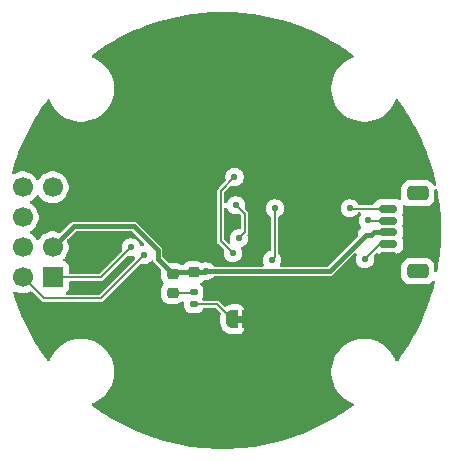
<source format=gbr>
%TF.GenerationSoftware,KiCad,Pcbnew,9.0.6+1*%
%TF.CreationDate,Date%
%TF.ProjectId,kibot-test-cicd,6b69626f-742d-4746-9573-742d63696364,0.1.0+ (Unreleased)*%
%TF.SameCoordinates,Original*%
%TF.FileFunction,Copper,L1,Top*%
%TF.FilePolarity,Positive*%
%FSLAX46Y46*%
G04 Gerber Fmt 4.6, Leading zero omitted, Abs format (unit mm)*
G04 Created by KiCad*
%MOMM*%
%LPD*%
G01*
G04 APERTURE LIST*
G04 Aperture macros list*
%AMRoundRect*
0 Rectangle with rounded corners*
0 $1 Rounding radius*
0 $2 $3 $4 $5 $6 $7 $8 $9 X,Y pos of 4 corners*
0 Add a 4 corners polygon primitive as box body*
4,1,4,$2,$3,$4,$5,$6,$7,$8,$9,$2,$3,0*
0 Add four circle primitives for the rounded corners*
1,1,$1+$1,$2,$3*
1,1,$1+$1,$4,$5*
1,1,$1+$1,$6,$7*
1,1,$1+$1,$8,$9*
0 Add four rect primitives between the rounded corners*
20,1,$1+$1,$2,$3,$4,$5,0*
20,1,$1+$1,$4,$5,$6,$7,0*
20,1,$1+$1,$6,$7,$8,$9,0*
20,1,$1+$1,$8,$9,$2,$3,0*%
%AMFreePoly0*
4,1,23,0.500000,-0.750000,0.000000,-0.750000,0.000000,-0.745722,-0.065263,-0.745722,-0.191342,-0.711940,-0.304381,-0.646677,-0.396677,-0.554381,-0.461940,-0.441342,-0.495722,-0.315263,-0.495722,-0.250000,-0.500000,-0.250000,-0.500000,0.250000,-0.495722,0.250000,-0.495722,0.315263,-0.461940,0.441342,-0.396677,0.554381,-0.304381,0.646677,-0.191342,0.711940,-0.065263,0.745722,0.000000,0.745722,
0.000000,0.750000,0.500000,0.750000,0.500000,-0.750000,0.500000,-0.750000,$1*%
%AMFreePoly1*
4,1,23,0.000000,0.745722,0.065263,0.745722,0.191342,0.711940,0.304381,0.646677,0.396677,0.554381,0.461940,0.441342,0.495722,0.315263,0.495722,0.250000,0.500000,0.250000,0.500000,-0.250000,0.495722,-0.250000,0.495722,-0.315263,0.461940,-0.441342,0.396677,-0.554381,0.304381,-0.646677,0.191342,-0.711940,0.065263,-0.745722,0.000000,-0.745722,0.000000,-0.750000,-0.500000,-0.750000,
-0.500000,0.750000,0.000000,0.750000,0.000000,0.745722,0.000000,0.745722,$1*%
G04 Aperture macros list end*
%TA.AperFunction,EtchedComponent*%
%ADD10C,0.000000*%
%TD*%
%TA.AperFunction,SMDPad,CuDef*%
%ADD11FreePoly0,180.000000*%
%TD*%
%TA.AperFunction,SMDPad,CuDef*%
%ADD12FreePoly1,180.000000*%
%TD*%
%TA.AperFunction,SMDPad,CuDef*%
%ADD13RoundRect,0.062500X0.117500X0.062500X-0.117500X0.062500X-0.117500X-0.062500X0.117500X-0.062500X0*%
%TD*%
%TA.AperFunction,SMDPad,CuDef*%
%ADD14RoundRect,0.218750X-0.256250X0.218750X-0.256250X-0.218750X0.256250X-0.218750X0.256250X0.218750X0*%
%TD*%
%TA.AperFunction,SMDPad,CuDef*%
%ADD15RoundRect,0.225000X0.250000X-0.225000X0.250000X0.225000X-0.250000X0.225000X-0.250000X-0.225000X0*%
%TD*%
%TA.AperFunction,SMDPad,CuDef*%
%ADD16RoundRect,0.150000X-0.625000X0.150000X-0.625000X-0.150000X0.625000X-0.150000X0.625000X0.150000X0*%
%TD*%
%TA.AperFunction,SMDPad,CuDef*%
%ADD17RoundRect,0.250000X-0.650000X0.350000X-0.650000X-0.350000X0.650000X-0.350000X0.650000X0.350000X0*%
%TD*%
%TA.AperFunction,SMDPad,CuDef*%
%ADD18RoundRect,0.135000X-0.185000X0.135000X-0.185000X-0.135000X0.185000X-0.135000X0.185000X0.135000X0*%
%TD*%
%TA.AperFunction,ComponentPad*%
%ADD19R,1.700000X1.700000*%
%TD*%
%TA.AperFunction,ComponentPad*%
%ADD20C,1.700000*%
%TD*%
%TA.AperFunction,ViaPad*%
%ADD21C,0.550000*%
%TD*%
%TA.AperFunction,Conductor*%
%ADD22C,0.200000*%
%TD*%
%TA.AperFunction,Conductor*%
%ADD23C,0.400000*%
%TD*%
G04 APERTURE END LIST*
D10*
%TA.AperFunction,EtchedComponent*%
%TO.C,JP1*%
G36*
X150222000Y-97836000D02*
G01*
X149722000Y-97836000D01*
X149722000Y-97236000D01*
X150222000Y-97236000D01*
X150222000Y-97836000D01*
G37*
%TD.AperFunction*%
%TD*%
D11*
%TO.P,JP1,1,A*%
%TO.N,GND*%
X150622000Y-97536000D03*
D12*
%TO.P,JP1,2,B*%
%TO.N,Net-(JP1-B)*%
X149322000Y-97536000D03*
%TD*%
D13*
%TO.P,D1,1,A1*%
%TO.N,GND*%
X159766000Y-90424000D03*
%TO.P,D1,2,A2*%
%TO.N,+3V3*%
X160606000Y-90424000D03*
%TD*%
D14*
%TO.P,D2,1,K*%
%TO.N,+3V3*%
X144272000Y-93700500D03*
%TO.P,D2,2,A*%
%TO.N,Net-(D2-A)*%
X144272000Y-95275500D03*
%TD*%
D15*
%TO.P,C1,1*%
%TO.N,+3V3*%
X146040000Y-93570000D03*
%TO.P,C1,2*%
%TO.N,GND*%
X146040000Y-92020000D03*
%TD*%
D16*
%TO.P,J2,1,Pin_1*%
%TO.N,SDA-A*%
X162505000Y-88170000D03*
%TO.P,J2,2,Pin_2*%
%TO.N,SCL-B*%
X162505000Y-89170000D03*
%TO.P,J2,3,Pin_3*%
%TO.N,+3V3*%
X162505000Y-90170000D03*
%TO.P,J2,4,Pin_4*%
%TO.N,Z-CS*%
X162505000Y-91170000D03*
%TO.P,J2,5,Pin_5*%
%TO.N,GND*%
X162505000Y-92170000D03*
D17*
%TO.P,J2,MP*%
%TO.N,N/C*%
X165030000Y-86870000D03*
X165030000Y-93470000D03*
%TD*%
D18*
%TO.P,R1,1*%
%TO.N,Net-(D2-A)*%
X146050000Y-95248000D03*
%TO.P,R1,2*%
%TO.N,Net-(JP1-B)*%
X146050000Y-96268000D03*
%TD*%
D19*
%TO.P,J1,1,Pin_1*%
%TO.N,out_sel*%
X134112000Y-93980000D03*
D20*
%TO.P,J1,2,Pin_2*%
%TO.N,mode*%
X131572000Y-93980000D03*
%TO.P,J1,3,Pin_3*%
%TO.N,+3V3*%
X134112000Y-91440000D03*
%TO.P,J1,4,Pin_4*%
%TO.N,push*%
X131572000Y-91440000D03*
%TO.P,J1,5,Pin_5*%
%TO.N,GND*%
X134112000Y-88900000D03*
%TO.P,J1,6,Pin_6*%
%TO.N,SDA-A*%
X131572000Y-88900000D03*
%TO.P,J1,7,Pin_7*%
%TO.N,SCL-B*%
X134112000Y-86360000D03*
%TO.P,J1,8,Pin_8*%
%TO.N,Z-CS*%
X131572000Y-86360000D03*
%TD*%
D21*
%TO.N,GND*%
X147320000Y-91186000D03*
X147320000Y-88138000D03*
X159162519Y-90836519D03*
X149250000Y-89500000D03*
X139500000Y-85121000D03*
X162306000Y-93218000D03*
X144000000Y-92000000D03*
X137000000Y-92750000D03*
X142250000Y-86750000D03*
X155750000Y-90000000D03*
X137250000Y-95000000D03*
X139500000Y-90750000D03*
X143750000Y-90000000D03*
X151892000Y-97536000D03*
%TO.N,+3V3*%
X147066000Y-93472000D03*
%TO.N,out_sel*%
X140716000Y-91440000D03*
%TO.N,SDA-A*%
X159258000Y-88138000D03*
%TO.N,mode*%
X141842000Y-92092000D03*
%TO.N,push*%
X152908000Y-88138000D03*
X152654000Y-92534000D03*
%TO.N,SCL-B*%
X149860000Y-90678000D03*
X160782000Y-89154000D03*
X149606000Y-87884000D03*
%TO.N,Z-CS*%
X149352000Y-91948000D03*
X160528000Y-92456000D03*
X149500000Y-85500000D03*
%TD*%
D22*
%TO.N,GND*%
X150622000Y-97536000D02*
X151892000Y-97536000D01*
X159575038Y-90424000D02*
X159162519Y-90836519D01*
X146486000Y-92020000D02*
X147320000Y-91186000D01*
X162505000Y-93019000D02*
X162306000Y-93218000D01*
X162505000Y-92170000D02*
X162505000Y-93019000D01*
X146040000Y-92020000D02*
X146486000Y-92020000D01*
X159766000Y-90424000D02*
X159575038Y-90424000D01*
D23*
%TO.N,+3V3*%
X146968000Y-93570000D02*
X147066000Y-93472000D01*
X144141500Y-93570000D02*
X144018000Y-93446500D01*
X144018000Y-93446500D02*
X143002000Y-92430500D01*
X146040000Y-93570000D02*
X146968000Y-93570000D01*
X161290000Y-90170000D02*
X162505000Y-90170000D01*
X160606000Y-90424000D02*
X161036000Y-90424000D01*
X160606000Y-90424000D02*
X157558000Y-93472000D01*
X135877000Y-89675000D02*
X134112000Y-91440000D01*
X161036000Y-90424000D02*
X161290000Y-90170000D01*
X143002000Y-91694000D02*
X140983000Y-89675000D01*
X146040000Y-93570000D02*
X144141500Y-93570000D01*
X140983000Y-89675000D02*
X135877000Y-89675000D01*
X144018000Y-93446500D02*
X144272000Y-93700500D01*
X157558000Y-93472000D02*
X147066000Y-93472000D01*
X143002000Y-92430500D02*
X143002000Y-91694000D01*
D22*
%TO.N,Net-(D2-A)*%
X144272000Y-95275500D02*
X146022500Y-95275500D01*
X146022500Y-95275500D02*
X146050000Y-95248000D01*
%TO.N,out_sel*%
X134112000Y-93980000D02*
X138176000Y-93980000D01*
X138176000Y-93980000D02*
X140716000Y-91440000D01*
%TO.N,SDA-A*%
X162505000Y-88170000D02*
X159290000Y-88170000D01*
X159290000Y-88170000D02*
X159258000Y-88138000D01*
%TO.N,mode*%
X138176000Y-95758000D02*
X141842000Y-92092000D01*
X133350000Y-95758000D02*
X138176000Y-95758000D01*
X131572000Y-93980000D02*
X133350000Y-95758000D01*
%TO.N,push*%
X152654000Y-92534000D02*
X152908000Y-92280000D01*
X152908000Y-92280000D02*
X152908000Y-88138000D01*
%TO.N,SCL-B*%
X149860000Y-90678000D02*
X150368000Y-90170000D01*
X150368000Y-88646000D02*
X149606000Y-87884000D01*
X162505000Y-89170000D02*
X160798000Y-89170000D01*
X160798000Y-89170000D02*
X160782000Y-89154000D01*
X150368000Y-90170000D02*
X150368000Y-88646000D01*
%TO.N,Z-CS*%
X148336000Y-86664000D02*
X149500000Y-85500000D01*
X161814000Y-91170000D02*
X160528000Y-92456000D01*
X162505000Y-91170000D02*
X161814000Y-91170000D01*
X149352000Y-91948000D02*
X148336000Y-90932000D01*
X148336000Y-90932000D02*
X148336000Y-86664000D01*
%TO.N,Net-(JP1-B)*%
X148054000Y-96268000D02*
X149322000Y-97536000D01*
X146050000Y-96268000D02*
X148054000Y-96268000D01*
%TD*%
%TA.AperFunction,Conductor*%
%TO.N,GND*%
G36*
X166635702Y-86486634D02*
G01*
X166673476Y-86545412D01*
X166676332Y-86557264D01*
X166711727Y-86744080D01*
X166712180Y-86746619D01*
X166775515Y-87123621D01*
X166775916Y-87126170D01*
X166831398Y-87504433D01*
X166831746Y-87506989D01*
X166879346Y-87886325D01*
X166879641Y-87888888D01*
X166919344Y-88269168D01*
X166919585Y-88271736D01*
X166951364Y-88652716D01*
X166951552Y-88655290D01*
X166975400Y-89036882D01*
X166975534Y-89039458D01*
X166991439Y-89421466D01*
X166991519Y-89424044D01*
X166999472Y-89806252D01*
X166999499Y-89808832D01*
X166999499Y-90191167D01*
X166999472Y-90193747D01*
X166991519Y-90575955D01*
X166991439Y-90578533D01*
X166975534Y-90960541D01*
X166975400Y-90963117D01*
X166951552Y-91344709D01*
X166951364Y-91347283D01*
X166919585Y-91728263D01*
X166919344Y-91730831D01*
X166879641Y-92111111D01*
X166879346Y-92113674D01*
X166831746Y-92493010D01*
X166831398Y-92495566D01*
X166775916Y-92873829D01*
X166775515Y-92876378D01*
X166712180Y-93253380D01*
X166711727Y-93255919D01*
X166676332Y-93442734D01*
X166644511Y-93504937D01*
X166584113Y-93540063D01*
X166514312Y-93536958D01*
X166457271Y-93496610D01*
X166431098Y-93431827D01*
X166430499Y-93419651D01*
X166430499Y-93069998D01*
X166430498Y-93069980D01*
X166419999Y-92967203D01*
X166419998Y-92967200D01*
X166395065Y-92891958D01*
X166364814Y-92800666D01*
X166272712Y-92651344D01*
X166148656Y-92527288D01*
X166035704Y-92457619D01*
X165999336Y-92435187D01*
X165999331Y-92435185D01*
X165993718Y-92433325D01*
X165832797Y-92380001D01*
X165832795Y-92380000D01*
X165730010Y-92369500D01*
X164329998Y-92369500D01*
X164329981Y-92369501D01*
X164227203Y-92380000D01*
X164227200Y-92380001D01*
X164060668Y-92435185D01*
X164060663Y-92435187D01*
X163911342Y-92527289D01*
X163787289Y-92651342D01*
X163695187Y-92800663D01*
X163695185Y-92800668D01*
X163672333Y-92869632D01*
X163640001Y-92967203D01*
X163640001Y-92967204D01*
X163640000Y-92967204D01*
X163629500Y-93069983D01*
X163629500Y-93870001D01*
X163629501Y-93870019D01*
X163640000Y-93972796D01*
X163640001Y-93972799D01*
X163670780Y-94065683D01*
X163695186Y-94139334D01*
X163787288Y-94288656D01*
X163911344Y-94412712D01*
X164060666Y-94504814D01*
X164227203Y-94559999D01*
X164329991Y-94570500D01*
X165730008Y-94570499D01*
X165832797Y-94559999D01*
X165999334Y-94504814D01*
X166148656Y-94412712D01*
X166255484Y-94305883D01*
X166316803Y-94272401D01*
X166386495Y-94277385D01*
X166442429Y-94319256D01*
X166466846Y-94384720D01*
X166463317Y-94424205D01*
X166378708Y-94756025D01*
X166378045Y-94758518D01*
X166275890Y-95126961D01*
X166275175Y-95129439D01*
X166165381Y-95495663D01*
X166164615Y-95498126D01*
X166047237Y-95861954D01*
X166046419Y-95864401D01*
X165921492Y-96225723D01*
X165920624Y-96228153D01*
X165788184Y-96586859D01*
X165787265Y-96589269D01*
X165647422Y-96945066D01*
X165646453Y-96947458D01*
X165499226Y-97300295D01*
X165498208Y-97302665D01*
X165343673Y-97652365D01*
X165342606Y-97654714D01*
X165180838Y-98001104D01*
X165179722Y-98003430D01*
X165010765Y-98346413D01*
X165009601Y-98348715D01*
X164833545Y-98688113D01*
X164832333Y-98690390D01*
X164649276Y-99026013D01*
X164648030Y-99028242D01*
X164529775Y-99234716D01*
X164458013Y-99360012D01*
X164456708Y-99362236D01*
X164259845Y-99689958D01*
X164258494Y-99692156D01*
X164054829Y-100015753D01*
X164053432Y-100017922D01*
X163843086Y-100337200D01*
X163841656Y-100339322D01*
X163624696Y-100654182D01*
X163623239Y-100656251D01*
X163399823Y-100966461D01*
X163398294Y-100968538D01*
X163338340Y-101048234D01*
X163282308Y-101089973D01*
X163212605Y-101094793D01*
X163151361Y-101061163D01*
X163122207Y-101014643D01*
X163091402Y-100926606D01*
X162954926Y-100643211D01*
X162787577Y-100376877D01*
X162591461Y-100130956D01*
X162369044Y-99908539D01*
X162123123Y-99712423D01*
X161856789Y-99545074D01*
X161856786Y-99545072D01*
X161573395Y-99408598D01*
X161276501Y-99304711D01*
X161276499Y-99304710D01*
X160969843Y-99234718D01*
X160969827Y-99234716D01*
X160657277Y-99199500D01*
X160657273Y-99199500D01*
X160342727Y-99199500D01*
X160342722Y-99199500D01*
X160030172Y-99234716D01*
X160030156Y-99234718D01*
X159723500Y-99304710D01*
X159723498Y-99304711D01*
X159426604Y-99408598D01*
X159143213Y-99545072D01*
X158876878Y-99712422D01*
X158630956Y-99908538D01*
X158408538Y-100130956D01*
X158212422Y-100376878D01*
X158045072Y-100643213D01*
X157908598Y-100926604D01*
X157804711Y-101223498D01*
X157804710Y-101223500D01*
X157734718Y-101530156D01*
X157734716Y-101530172D01*
X157699500Y-101842722D01*
X157699500Y-102157277D01*
X157734716Y-102469827D01*
X157734718Y-102469843D01*
X157804710Y-102776499D01*
X157804711Y-102776501D01*
X157908598Y-103073395D01*
X158045072Y-103356786D01*
X158045074Y-103356789D01*
X158212423Y-103623123D01*
X158408539Y-103869044D01*
X158630956Y-104091461D01*
X158876877Y-104287577D01*
X159143211Y-104454926D01*
X159426606Y-104591402D01*
X159514693Y-104622224D01*
X159571468Y-104662945D01*
X159597216Y-104727898D01*
X159583760Y-104796460D01*
X159547248Y-104839127D01*
X159313006Y-105011559D01*
X159310913Y-105013067D01*
X158998340Y-105233281D01*
X158996215Y-105234745D01*
X158679165Y-105448385D01*
X158677011Y-105449804D01*
X158355583Y-105656803D01*
X158353400Y-105658177D01*
X158027736Y-105858443D01*
X158025524Y-105859772D01*
X157695737Y-106053237D01*
X157693499Y-106054519D01*
X157359799Y-106241058D01*
X157357534Y-106242293D01*
X157020004Y-106421862D01*
X157017714Y-106423050D01*
X156676505Y-106595565D01*
X156674190Y-106596705D01*
X156329524Y-106762056D01*
X156327187Y-106763148D01*
X155979057Y-106921339D01*
X155976698Y-106922381D01*
X155625468Y-107073246D01*
X155623086Y-107074240D01*
X155268730Y-107217790D01*
X155266329Y-107218734D01*
X154909052Y-107354885D01*
X154906633Y-107355778D01*
X154546612Y-107484465D01*
X154544173Y-107485308D01*
X154181571Y-107606469D01*
X154179116Y-107607261D01*
X153814071Y-107720854D01*
X153811599Y-107721595D01*
X153444239Y-107827576D01*
X153441754Y-107828265D01*
X153072327Y-107926567D01*
X153069827Y-107927205D01*
X152698356Y-108017820D01*
X152695843Y-108018405D01*
X152322633Y-108101256D01*
X152320109Y-108101789D01*
X151945211Y-108176868D01*
X151942676Y-108177348D01*
X151566321Y-108244606D01*
X151563778Y-108245033D01*
X151186137Y-108304444D01*
X151183584Y-108304819D01*
X150804719Y-108356369D01*
X150802159Y-108356690D01*
X150422354Y-108400342D01*
X150419788Y-108400610D01*
X150039116Y-108436354D01*
X150036545Y-108436568D01*
X149655265Y-108464381D01*
X149652691Y-108464542D01*
X149270913Y-108484418D01*
X149268335Y-108484526D01*
X148886137Y-108496457D01*
X148883558Y-108496510D01*
X148501290Y-108500487D01*
X148498710Y-108500487D01*
X148116441Y-108496510D01*
X148113862Y-108496457D01*
X147731664Y-108484526D01*
X147729086Y-108484418D01*
X147347308Y-108464542D01*
X147344734Y-108464381D01*
X146963454Y-108436568D01*
X146960883Y-108436354D01*
X146580211Y-108400610D01*
X146577645Y-108400342D01*
X146197840Y-108356690D01*
X146195280Y-108356369D01*
X145816415Y-108304819D01*
X145813862Y-108304444D01*
X145436221Y-108245033D01*
X145433678Y-108244606D01*
X145057323Y-108177348D01*
X145054788Y-108176868D01*
X144679890Y-108101789D01*
X144677366Y-108101256D01*
X144304156Y-108018405D01*
X144301643Y-108017820D01*
X143930172Y-107927205D01*
X143927672Y-107926567D01*
X143558245Y-107828265D01*
X143555760Y-107827576D01*
X143188400Y-107721595D01*
X143185942Y-107720858D01*
X143114083Y-107698497D01*
X142820883Y-107607261D01*
X142818428Y-107606469D01*
X142455826Y-107485308D01*
X142453387Y-107484465D01*
X142093366Y-107355778D01*
X142090947Y-107354885D01*
X141733670Y-107218734D01*
X141731269Y-107217790D01*
X141376913Y-107074240D01*
X141374567Y-107073261D01*
X141023301Y-106922381D01*
X141020942Y-106921339D01*
X140672812Y-106763148D01*
X140670475Y-106762056D01*
X140325809Y-106596705D01*
X140323494Y-106595565D01*
X139982285Y-106423050D01*
X139979995Y-106421862D01*
X139642465Y-106242293D01*
X139640225Y-106241071D01*
X139306500Y-106054519D01*
X139304262Y-106053237D01*
X138974475Y-105859772D01*
X138972263Y-105858443D01*
X138646599Y-105658177D01*
X138644416Y-105656803D01*
X138322988Y-105449804D01*
X138320834Y-105448385D01*
X138003784Y-105234745D01*
X138001659Y-105233281D01*
X137964897Y-105207381D01*
X137689053Y-105013043D01*
X137687028Y-105011584D01*
X137452749Y-104839126D01*
X137410430Y-104783532D01*
X137404886Y-104713883D01*
X137437877Y-104652292D01*
X137485304Y-104622225D01*
X137548582Y-104600083D01*
X137573392Y-104591403D01*
X137573392Y-104591402D01*
X137573394Y-104591402D01*
X137856789Y-104454926D01*
X138123123Y-104287577D01*
X138369044Y-104091461D01*
X138591461Y-103869044D01*
X138787577Y-103623123D01*
X138954926Y-103356789D01*
X139091402Y-103073394D01*
X139195289Y-102776500D01*
X139265282Y-102469840D01*
X139300500Y-102157273D01*
X139300500Y-101842727D01*
X139265282Y-101530160D01*
X139195289Y-101223500D01*
X139091402Y-100926606D01*
X138954926Y-100643211D01*
X138787577Y-100376877D01*
X138591461Y-100130956D01*
X138369044Y-99908539D01*
X138123123Y-99712423D01*
X137856789Y-99545074D01*
X137856786Y-99545072D01*
X137573395Y-99408598D01*
X137276501Y-99304711D01*
X137276499Y-99304710D01*
X136969843Y-99234718D01*
X136969827Y-99234716D01*
X136657277Y-99199500D01*
X136657273Y-99199500D01*
X136342727Y-99199500D01*
X136342722Y-99199500D01*
X136030172Y-99234716D01*
X136030156Y-99234718D01*
X135723500Y-99304710D01*
X135723498Y-99304711D01*
X135426604Y-99408598D01*
X135143213Y-99545072D01*
X134876878Y-99712422D01*
X134630956Y-99908538D01*
X134408538Y-100130956D01*
X134212422Y-100376878D01*
X134045072Y-100643213D01*
X133908597Y-100926606D01*
X133908594Y-100926613D01*
X133877791Y-101014644D01*
X133871861Y-101022911D01*
X133869722Y-101032859D01*
X133851840Y-101050824D01*
X133837069Y-101071420D01*
X133827610Y-101075169D01*
X133820434Y-101082380D01*
X133795680Y-101087826D01*
X133772117Y-101097167D01*
X133762133Y-101095207D01*
X133752196Y-101097394D01*
X133728427Y-101088592D01*
X133703555Y-101083711D01*
X133694469Y-101076017D01*
X133686674Y-101073131D01*
X133661659Y-101048234D01*
X133601705Y-100968538D01*
X133600200Y-100966494D01*
X133376697Y-100656161D01*
X133375347Y-100654246D01*
X133158298Y-100339257D01*
X133156913Y-100337200D01*
X132946567Y-100017922D01*
X132945170Y-100015753D01*
X132877691Y-99908538D01*
X132741471Y-99692101D01*
X132740189Y-99690015D01*
X132543275Y-99362209D01*
X132542025Y-99360079D01*
X132351928Y-99028170D01*
X132350754Y-99026069D01*
X132167666Y-98690390D01*
X132166454Y-98688113D01*
X131990398Y-98348715D01*
X131989234Y-98346413D01*
X131820277Y-98003430D01*
X131819180Y-98001145D01*
X131657345Y-97654609D01*
X131656358Y-97652435D01*
X131501775Y-97302628D01*
X131500773Y-97300295D01*
X131467338Y-97220166D01*
X131353527Y-96947413D01*
X131352595Y-96945112D01*
X131212718Y-96589228D01*
X131211815Y-96586859D01*
X131207808Y-96576005D01*
X131079359Y-96228109D01*
X131078523Y-96225770D01*
X130953571Y-95864376D01*
X130952790Y-95862038D01*
X130835373Y-95498090D01*
X130834618Y-95495664D01*
X130830882Y-95483202D01*
X130784943Y-95329972D01*
X130784547Y-95260106D01*
X130821988Y-95201114D01*
X130885378Y-95171729D01*
X130954591Y-95181280D01*
X130960016Y-95183880D01*
X131053588Y-95231557D01*
X131255757Y-95297246D01*
X131465713Y-95330500D01*
X131465714Y-95330500D01*
X131678286Y-95330500D01*
X131678287Y-95330500D01*
X131888243Y-95297246D01*
X132090412Y-95231557D01*
X132214294Y-95168435D01*
X132282962Y-95155540D01*
X132347702Y-95181816D01*
X132358269Y-95191240D01*
X133165489Y-95998460D01*
X133206007Y-96021853D01*
X133234008Y-96038020D01*
X133234012Y-96038022D01*
X133310438Y-96058500D01*
X133310440Y-96058500D01*
X138215560Y-96058500D01*
X138215562Y-96058500D01*
X138291989Y-96038021D01*
X138360511Y-95998460D01*
X138416460Y-95942511D01*
X141490719Y-92868250D01*
X141552040Y-92834767D01*
X141609705Y-92837086D01*
X141609820Y-92836510D01*
X141613479Y-92837237D01*
X141614401Y-92837275D01*
X141615790Y-92837696D01*
X141615795Y-92837698D01*
X141615799Y-92837698D01*
X141615800Y-92837699D01*
X141765615Y-92867499D01*
X141765619Y-92867500D01*
X141765620Y-92867500D01*
X141918381Y-92867500D01*
X141918382Y-92867499D01*
X142068205Y-92837698D01*
X142209337Y-92779239D01*
X142336352Y-92694370D01*
X142444370Y-92586352D01*
X142444372Y-92586348D01*
X142447483Y-92583238D01*
X142508806Y-92549753D01*
X142578498Y-92554737D01*
X142634432Y-92596608D01*
X142642551Y-92608918D01*
X142681520Y-92676413D01*
X142681522Y-92676415D01*
X143268036Y-93262929D01*
X143301521Y-93324252D01*
X143303713Y-93363211D01*
X143296500Y-93433813D01*
X143296500Y-93967181D01*
X143306563Y-94065683D01*
X143359450Y-94225284D01*
X143359455Y-94225295D01*
X143447716Y-94368387D01*
X143447719Y-94368391D01*
X143479647Y-94400319D01*
X143513132Y-94461642D01*
X143508148Y-94531334D01*
X143479647Y-94575681D01*
X143447719Y-94607608D01*
X143447716Y-94607612D01*
X143359455Y-94750704D01*
X143359450Y-94750715D01*
X143338346Y-94814404D01*
X143306564Y-94910315D01*
X143306564Y-94910316D01*
X143306563Y-94910316D01*
X143296500Y-95008818D01*
X143296500Y-95542181D01*
X143306563Y-95640683D01*
X143359450Y-95800284D01*
X143359455Y-95800295D01*
X143447716Y-95943387D01*
X143447719Y-95943391D01*
X143566608Y-96062280D01*
X143566612Y-96062283D01*
X143709704Y-96150544D01*
X143709707Y-96150545D01*
X143709713Y-96150549D01*
X143869315Y-96203436D01*
X143967826Y-96213500D01*
X143967831Y-96213500D01*
X144576169Y-96213500D01*
X144576174Y-96213500D01*
X144674685Y-96203436D01*
X144834287Y-96150549D01*
X144977391Y-96062281D01*
X145017820Y-96021851D01*
X145079141Y-95988367D01*
X145148832Y-95993351D01*
X145204766Y-96035221D01*
X145229184Y-96100686D01*
X145229500Y-96109533D01*
X145229500Y-96467169D01*
X145229501Y-96467191D01*
X145232335Y-96503205D01*
X145277129Y-96657388D01*
X145277131Y-96657393D01*
X145358863Y-96795595D01*
X145358869Y-96795603D01*
X145472396Y-96909130D01*
X145472400Y-96909133D01*
X145472402Y-96909135D01*
X145610607Y-96990869D01*
X145632898Y-96997345D01*
X145764791Y-97035664D01*
X145764794Y-97035664D01*
X145764796Y-97035665D01*
X145800819Y-97038500D01*
X146299180Y-97038499D01*
X146335204Y-97035665D01*
X146489393Y-96990869D01*
X146627598Y-96909135D01*
X146741135Y-96795598D01*
X146822869Y-96657393D01*
X146822870Y-96657386D01*
X146825969Y-96650230D01*
X146827263Y-96650790D01*
X146860328Y-96599018D01*
X146923801Y-96569813D01*
X146941797Y-96568500D01*
X147878167Y-96568500D01*
X147945206Y-96588185D01*
X147965848Y-96604819D01*
X148307751Y-96946722D01*
X148341236Y-97008045D01*
X148339845Y-97066496D01*
X148333727Y-97089327D01*
X148333725Y-97089339D01*
X148316500Y-97220166D01*
X148316500Y-97851833D01*
X148333724Y-97982658D01*
X148367800Y-98109829D01*
X148418302Y-98231750D01*
X148418303Y-98231751D01*
X148484120Y-98345749D01*
X148484132Y-98345767D01*
X148564455Y-98450444D01*
X148564459Y-98450449D01*
X148657551Y-98543541D01*
X148657555Y-98543544D01*
X148762232Y-98623867D01*
X148762236Y-98623869D01*
X148762243Y-98623875D01*
X148762250Y-98623879D01*
X148876248Y-98689696D01*
X148876249Y-98689697D01*
X148876252Y-98689698D01*
X148876257Y-98689701D01*
X148998171Y-98740200D01*
X149125338Y-98774275D01*
X149256174Y-98791500D01*
X149256181Y-98791500D01*
X149822000Y-98791500D01*
X149893940Y-98786355D01*
X150031992Y-98745819D01*
X150153032Y-98668031D01*
X150247254Y-98559294D01*
X150307024Y-98428416D01*
X150327500Y-98286000D01*
X150327500Y-96786000D01*
X150322355Y-96714060D01*
X150281819Y-96576008D01*
X150235031Y-96503204D01*
X150204032Y-96454969D01*
X150204028Y-96454965D01*
X150095299Y-96360750D01*
X150095297Y-96360748D01*
X150095294Y-96360746D01*
X150095290Y-96360744D01*
X149964419Y-96300976D01*
X149964414Y-96300975D01*
X149822000Y-96280500D01*
X149256174Y-96280500D01*
X149256166Y-96280500D01*
X149125341Y-96297724D01*
X148998170Y-96331800D01*
X148876249Y-96382302D01*
X148876248Y-96382303D01*
X148779251Y-96438305D01*
X148711351Y-96454778D01*
X148645324Y-96431926D01*
X148629570Y-96418599D01*
X148238511Y-96027540D01*
X148228660Y-96021853D01*
X148222851Y-96018499D01*
X148222848Y-96018497D01*
X148169994Y-95987981D01*
X148169991Y-95987979D01*
X148131775Y-95977739D01*
X148093562Y-95967500D01*
X148093560Y-95967500D01*
X146941797Y-95967500D01*
X146874758Y-95947815D01*
X146832702Y-95902442D01*
X146826410Y-95890797D01*
X146822869Y-95878607D01*
X146787646Y-95819048D01*
X146786508Y-95816942D01*
X146779718Y-95785048D01*
X146771688Y-95753398D01*
X146772437Y-95750846D01*
X146771960Y-95748604D01*
X146777045Y-95735151D01*
X146788869Y-95694882D01*
X146822869Y-95637393D01*
X146840706Y-95576000D01*
X146867664Y-95483208D01*
X146867665Y-95483202D01*
X146870499Y-95447188D01*
X146870500Y-95447181D01*
X146870499Y-95048820D01*
X146867665Y-95012796D01*
X146822869Y-94858607D01*
X146741135Y-94720402D01*
X146741133Y-94720400D01*
X146741130Y-94720396D01*
X146634773Y-94614039D01*
X146601288Y-94552716D01*
X146606272Y-94483024D01*
X146648144Y-94427091D01*
X146657339Y-94420831D01*
X146743044Y-94367968D01*
X146837571Y-94273440D01*
X146898890Y-94239958D01*
X146949438Y-94239507D01*
X146989620Y-94247500D01*
X146989621Y-94247500D01*
X147142381Y-94247500D01*
X147142382Y-94247499D01*
X147292205Y-94217698D01*
X147433337Y-94159239D01*
X147560352Y-94074370D01*
X147668370Y-93966352D01*
X147694257Y-93927608D01*
X147747868Y-93882805D01*
X147797359Y-93872500D01*
X157610725Y-93872500D01*
X157610727Y-93872500D01*
X157712588Y-93845207D01*
X157803913Y-93792480D01*
X159635448Y-91960943D01*
X159696769Y-91927460D01*
X159766460Y-91932444D01*
X159822394Y-91974316D01*
X159846811Y-92039780D01*
X159837688Y-92096078D01*
X159782303Y-92229790D01*
X159782300Y-92229802D01*
X159752500Y-92379615D01*
X159752500Y-92532384D01*
X159782300Y-92682197D01*
X159782302Y-92682205D01*
X159840759Y-92823334D01*
X159840764Y-92823343D01*
X159925629Y-92950351D01*
X159925632Y-92950355D01*
X160033644Y-93058367D01*
X160033648Y-93058370D01*
X160160656Y-93143235D01*
X160160662Y-93143238D01*
X160160663Y-93143239D01*
X160301795Y-93201698D01*
X160419274Y-93225066D01*
X160451615Y-93231499D01*
X160451619Y-93231500D01*
X160451620Y-93231500D01*
X160604381Y-93231500D01*
X160604382Y-93231499D01*
X160754205Y-93201698D01*
X160895337Y-93143239D01*
X161022352Y-93058370D01*
X161130370Y-92950352D01*
X161215239Y-92823337D01*
X161273698Y-92682205D01*
X161303500Y-92532380D01*
X161303500Y-92379620D01*
X161273698Y-92229795D01*
X161273696Y-92229790D01*
X161273275Y-92228401D01*
X161273268Y-92227631D01*
X161272510Y-92223820D01*
X161273232Y-92223676D01*
X161273148Y-92214381D01*
X161268249Y-92201244D01*
X161272841Y-92180134D01*
X161272647Y-92158534D01*
X161280419Y-92145299D01*
X161283101Y-92132971D01*
X161304249Y-92104720D01*
X161468409Y-91940560D01*
X161529730Y-91907077D01*
X161599422Y-91912061D01*
X161619204Y-91921509D01*
X161619602Y-91921744D01*
X161619605Y-91921744D01*
X161619607Y-91921746D01*
X161777426Y-91967597D01*
X161777429Y-91967597D01*
X161777431Y-91967598D01*
X161814306Y-91970500D01*
X161814314Y-91970500D01*
X163195686Y-91970500D01*
X163195694Y-91970500D01*
X163232569Y-91967598D01*
X163232571Y-91967597D01*
X163232573Y-91967597D01*
X163274191Y-91955505D01*
X163390398Y-91921744D01*
X163531865Y-91838081D01*
X163648081Y-91721865D01*
X163731744Y-91580398D01*
X163777598Y-91422569D01*
X163780500Y-91385694D01*
X163780500Y-90954306D01*
X163777598Y-90917431D01*
X163773755Y-90904205D01*
X163731745Y-90759606D01*
X163731744Y-90759602D01*
X163728658Y-90754384D01*
X163716084Y-90733122D01*
X163698900Y-90665399D01*
X163716084Y-90606878D01*
X163731742Y-90580401D01*
X163731744Y-90580398D01*
X163777598Y-90422569D01*
X163780500Y-90385694D01*
X163780500Y-89954306D01*
X163777598Y-89917431D01*
X163731744Y-89759602D01*
X163716084Y-89733122D01*
X163698900Y-89665399D01*
X163716084Y-89606878D01*
X163725939Y-89590213D01*
X163731744Y-89580398D01*
X163765505Y-89464191D01*
X163777597Y-89422573D01*
X163777598Y-89422567D01*
X163780499Y-89385701D01*
X163780500Y-89385694D01*
X163780500Y-88954306D01*
X163777598Y-88917431D01*
X163767797Y-88883697D01*
X163731745Y-88759606D01*
X163731744Y-88759602D01*
X163720370Y-88740370D01*
X163716084Y-88733122D01*
X163698900Y-88665399D01*
X163716084Y-88606878D01*
X163731742Y-88580401D01*
X163731744Y-88580398D01*
X163771094Y-88444956D01*
X163777597Y-88422573D01*
X163777598Y-88422567D01*
X163780499Y-88385701D01*
X163780500Y-88385694D01*
X163780500Y-87954306D01*
X163780500Y-87954181D01*
X163800185Y-87887142D01*
X163852989Y-87841387D01*
X163922147Y-87831443D01*
X163969594Y-87848641D01*
X164060666Y-87904814D01*
X164227203Y-87959999D01*
X164329991Y-87970500D01*
X165730008Y-87970499D01*
X165832797Y-87959999D01*
X165999334Y-87904814D01*
X166148656Y-87812712D01*
X166272712Y-87688656D01*
X166364814Y-87539334D01*
X166419999Y-87372797D01*
X166430500Y-87270009D01*
X166430499Y-86580346D01*
X166450183Y-86513308D01*
X166502987Y-86467553D01*
X166572146Y-86457609D01*
X166635702Y-86486634D01*
G37*
%TD.AperFunction*%
%TA.AperFunction,Conductor*%
G36*
X140483705Y-92185086D02*
G01*
X140483820Y-92184510D01*
X140487479Y-92185237D01*
X140488401Y-92185275D01*
X140489790Y-92185696D01*
X140489795Y-92185698D01*
X140587501Y-92205133D01*
X140639615Y-92215499D01*
X140639619Y-92215500D01*
X140639620Y-92215500D01*
X140792381Y-92215500D01*
X140792381Y-92215499D01*
X140942205Y-92185698D01*
X140942207Y-92185696D01*
X140943464Y-92185447D01*
X140951553Y-92186170D01*
X140959174Y-92183354D01*
X140985851Y-92189239D01*
X141013056Y-92191674D01*
X141019470Y-92196656D01*
X141027403Y-92198407D01*
X141046663Y-92217781D01*
X141068233Y-92234537D01*
X141072200Y-92243469D01*
X141076662Y-92247957D01*
X141087403Y-92277695D01*
X141088899Y-92281062D01*
X141089103Y-92282014D01*
X141096302Y-92318205D01*
X141097468Y-92321021D01*
X141099308Y-92329598D01*
X141097081Y-92359500D01*
X141097345Y-92389485D01*
X141094485Y-92394353D01*
X141094119Y-92399275D01*
X141082651Y-92414500D01*
X141065746Y-92443281D01*
X138087848Y-95421181D01*
X138026525Y-95454666D01*
X138000167Y-95457500D01*
X135331491Y-95457500D01*
X135264452Y-95437815D01*
X135218697Y-95385011D01*
X135208753Y-95315853D01*
X135237778Y-95252297D01*
X135257180Y-95234234D01*
X135295357Y-95205653D01*
X135319546Y-95187546D01*
X135405796Y-95072331D01*
X135456091Y-94937483D01*
X135462500Y-94877873D01*
X135462500Y-94404500D01*
X135482185Y-94337461D01*
X135534989Y-94291706D01*
X135586500Y-94280500D01*
X138215560Y-94280500D01*
X138215562Y-94280500D01*
X138291989Y-94260021D01*
X138360511Y-94220460D01*
X138416460Y-94164511D01*
X140364719Y-92216250D01*
X140426040Y-92182767D01*
X140483705Y-92185086D01*
G37*
%TD.AperFunction*%
%TA.AperFunction,Conductor*%
G36*
X140832784Y-90095185D02*
G01*
X140853426Y-90111819D01*
X141846496Y-91104889D01*
X141851560Y-91114164D01*
X141859866Y-91120704D01*
X141868017Y-91144302D01*
X141879981Y-91166212D01*
X141879227Y-91176754D01*
X141882678Y-91186745D01*
X141876777Y-91211002D01*
X141874997Y-91235904D01*
X141868662Y-91244365D01*
X141866165Y-91254635D01*
X141848084Y-91271853D01*
X141833125Y-91291837D01*
X141822954Y-91295786D01*
X141815569Y-91302820D01*
X141782209Y-91314343D01*
X141770981Y-91316500D01*
X141765620Y-91316500D01*
X141615795Y-91346302D01*
X141615747Y-91346321D01*
X141613737Y-91346708D01*
X141579349Y-91343403D01*
X141544942Y-91340325D01*
X141544607Y-91340065D01*
X141544187Y-91340025D01*
X141517073Y-91318675D01*
X141489765Y-91297462D01*
X141489624Y-91297062D01*
X141489292Y-91296801D01*
X141468726Y-91249127D01*
X141461698Y-91213795D01*
X141403239Y-91072663D01*
X141403238Y-91072662D01*
X141403235Y-91072656D01*
X141318370Y-90945648D01*
X141318367Y-90945644D01*
X141210355Y-90837632D01*
X141210351Y-90837629D01*
X141083343Y-90752764D01*
X141083334Y-90752759D01*
X140942205Y-90694302D01*
X140942197Y-90694300D01*
X140792384Y-90664500D01*
X140792380Y-90664500D01*
X140639620Y-90664500D01*
X140639615Y-90664500D01*
X140489802Y-90694300D01*
X140489794Y-90694302D01*
X140348665Y-90752759D01*
X140348656Y-90752764D01*
X140221648Y-90837629D01*
X140221644Y-90837632D01*
X140113632Y-90945644D01*
X140113629Y-90945648D01*
X140028764Y-91072656D01*
X140028759Y-91072665D01*
X139970302Y-91213794D01*
X139970300Y-91213802D01*
X139940500Y-91363615D01*
X139940500Y-91516384D01*
X139970301Y-91666204D01*
X139970730Y-91667618D01*
X139970736Y-91668393D01*
X139971490Y-91672180D01*
X139970771Y-91672322D01*
X139971345Y-91737485D01*
X139939746Y-91791281D01*
X138087848Y-93643181D01*
X138026525Y-93676666D01*
X138000167Y-93679500D01*
X135586499Y-93679500D01*
X135519460Y-93659815D01*
X135473705Y-93607011D01*
X135462499Y-93555500D01*
X135462499Y-93082129D01*
X135462498Y-93082123D01*
X135462410Y-93081308D01*
X135456091Y-93022517D01*
X135454810Y-93019083D01*
X135405797Y-92887671D01*
X135405793Y-92887664D01*
X135319547Y-92772455D01*
X135319544Y-92772452D01*
X135204335Y-92686206D01*
X135204328Y-92686202D01*
X135072917Y-92637189D01*
X135016983Y-92595318D01*
X134992566Y-92529853D01*
X135007418Y-92461580D01*
X135028563Y-92433332D01*
X135142104Y-92319792D01*
X135145337Y-92315343D01*
X135231567Y-92196656D01*
X135267051Y-92147816D01*
X135363557Y-91958412D01*
X135429246Y-91756243D01*
X135462500Y-91546287D01*
X135462500Y-91333713D01*
X135429246Y-91123757D01*
X135363557Y-90921588D01*
X135363555Y-90921585D01*
X135363555Y-90921583D01*
X135348172Y-90891393D01*
X135335275Y-90822724D01*
X135361550Y-90757983D01*
X135370966Y-90747426D01*
X136006574Y-90111819D01*
X136067897Y-90078334D01*
X136094255Y-90075500D01*
X140765745Y-90075500D01*
X140832784Y-90095185D01*
G37*
%TD.AperFunction*%
%TA.AperFunction,Conductor*%
G36*
X148788398Y-88075232D02*
G01*
X148799659Y-88075635D01*
X148819607Y-88089485D01*
X148841703Y-88099576D01*
X148849284Y-88110090D01*
X148857052Y-88115483D01*
X148875061Y-88145836D01*
X148918759Y-88251334D01*
X148918764Y-88251343D01*
X149003629Y-88378351D01*
X149003632Y-88378355D01*
X149111644Y-88486367D01*
X149111648Y-88486370D01*
X149238656Y-88571235D01*
X149238662Y-88571238D01*
X149238663Y-88571239D01*
X149379795Y-88629698D01*
X149508455Y-88655290D01*
X149529615Y-88659499D01*
X149529619Y-88659500D01*
X149529620Y-88659500D01*
X149682381Y-88659500D01*
X149682382Y-88659499D01*
X149832205Y-88629698D01*
X149832224Y-88629690D01*
X149833588Y-88629277D01*
X149834359Y-88629270D01*
X149838180Y-88628510D01*
X149838324Y-88629234D01*
X149847614Y-88629149D01*
X149860754Y-88624249D01*
X149881856Y-88628839D01*
X149903455Y-88628644D01*
X149916693Y-88636417D01*
X149929027Y-88639101D01*
X149957281Y-88660252D01*
X150031181Y-88734152D01*
X150064666Y-88795475D01*
X150067500Y-88821833D01*
X150067500Y-89778601D01*
X150047815Y-89845640D01*
X149995011Y-89891395D01*
X149942472Y-89900156D01*
X149942472Y-89902500D01*
X149783615Y-89902500D01*
X149633802Y-89932300D01*
X149633794Y-89932302D01*
X149492665Y-89990759D01*
X149492656Y-89990764D01*
X149365648Y-90075629D01*
X149365644Y-90075632D01*
X149257632Y-90183644D01*
X149257629Y-90183648D01*
X149172764Y-90310656D01*
X149172759Y-90310665D01*
X149114302Y-90451794D01*
X149114300Y-90451802D01*
X149084500Y-90601615D01*
X149084500Y-90754384D01*
X149114300Y-90904197D01*
X149114302Y-90904205D01*
X149145238Y-90978891D01*
X149152707Y-91048361D01*
X149121432Y-91110840D01*
X149061343Y-91146492D01*
X148991518Y-91143998D01*
X148942996Y-91114025D01*
X148672819Y-90843848D01*
X148639334Y-90782525D01*
X148636500Y-90756167D01*
X148636500Y-88193289D01*
X148639674Y-88182477D01*
X148638470Y-88171272D01*
X148649343Y-88149550D01*
X148656185Y-88126250D01*
X148664699Y-88118871D01*
X148669745Y-88108793D01*
X148690636Y-88096397D01*
X148708989Y-88080495D01*
X148720142Y-88078891D01*
X148729834Y-88073141D01*
X148754105Y-88074007D01*
X148778147Y-88070551D01*
X148788398Y-88075232D01*
G37*
%TD.AperFunction*%
%TA.AperFunction,Conductor*%
G36*
X148883582Y-71503489D02*
G01*
X148886114Y-71503541D01*
X149268403Y-71515475D01*
X149270842Y-71515578D01*
X149652715Y-71535458D01*
X149655241Y-71535616D01*
X150036594Y-71563435D01*
X150039069Y-71563641D01*
X150419864Y-71599397D01*
X150422277Y-71599649D01*
X150802196Y-71643313D01*
X150804682Y-71643625D01*
X151183618Y-71695185D01*
X151186102Y-71695549D01*
X151563778Y-71754966D01*
X151566321Y-71755393D01*
X151942726Y-71822660D01*
X151945162Y-71823121D01*
X152320109Y-71898210D01*
X152322628Y-71898742D01*
X152695890Y-71981604D01*
X152698310Y-71982168D01*
X153069845Y-72072798D01*
X153072308Y-72073427D01*
X153423535Y-72166886D01*
X153441754Y-72171734D01*
X153444239Y-72172423D01*
X153571569Y-72209156D01*
X153811649Y-72278419D01*
X153813996Y-72279122D01*
X154179116Y-72392738D01*
X154181571Y-72393530D01*
X154544230Y-72514710D01*
X154546557Y-72515515D01*
X154867718Y-72630311D01*
X154906633Y-72644221D01*
X154909052Y-72645114D01*
X155266359Y-72781277D01*
X155268699Y-72782197D01*
X155623135Y-72925779D01*
X155625384Y-72926718D01*
X155976742Y-73077637D01*
X155979057Y-73078660D01*
X156327187Y-73236851D01*
X156329525Y-73237943D01*
X156674220Y-73403308D01*
X156676477Y-73404420D01*
X157017757Y-73576971D01*
X157019962Y-73578115D01*
X157357534Y-73757706D01*
X157359741Y-73758909D01*
X157693520Y-73945492D01*
X157695737Y-73946762D01*
X158025524Y-74140227D01*
X158027736Y-74141556D01*
X158353427Y-74341839D01*
X158355556Y-74343179D01*
X158677033Y-74550209D01*
X158679165Y-74551614D01*
X158996215Y-74765254D01*
X158998325Y-74766708D01*
X159310964Y-74986968D01*
X159312953Y-74988402D01*
X159463899Y-75099517D01*
X159547248Y-75160872D01*
X159589568Y-75216467D01*
X159595112Y-75286117D01*
X159562121Y-75347707D01*
X159514693Y-75377774D01*
X159426613Y-75408594D01*
X159426606Y-75408597D01*
X159143213Y-75545072D01*
X158876878Y-75712422D01*
X158630956Y-75908538D01*
X158408538Y-76130956D01*
X158212422Y-76376878D01*
X158045072Y-76643213D01*
X157908598Y-76926604D01*
X157804711Y-77223498D01*
X157804710Y-77223500D01*
X157734718Y-77530156D01*
X157734716Y-77530172D01*
X157699500Y-77842722D01*
X157699500Y-78157277D01*
X157734716Y-78469827D01*
X157734718Y-78469843D01*
X157804710Y-78776499D01*
X157804711Y-78776501D01*
X157908598Y-79073395D01*
X158045072Y-79356786D01*
X158045074Y-79356789D01*
X158212423Y-79623123D01*
X158408539Y-79869044D01*
X158630956Y-80091461D01*
X158876877Y-80287577D01*
X159143211Y-80454926D01*
X159426606Y-80591402D01*
X159723500Y-80695289D01*
X160030160Y-80765282D01*
X160342723Y-80800499D01*
X160342724Y-80800500D01*
X160342727Y-80800500D01*
X160657276Y-80800500D01*
X160657276Y-80800499D01*
X160969840Y-80765282D01*
X161276500Y-80695289D01*
X161573394Y-80591402D01*
X161856789Y-80454926D01*
X162123123Y-80287577D01*
X162369044Y-80091461D01*
X162591461Y-79869044D01*
X162787577Y-79623123D01*
X162954926Y-79356789D01*
X163091402Y-79073394D01*
X163122208Y-78985354D01*
X163128137Y-78977087D01*
X163130277Y-78967140D01*
X163148155Y-78949177D01*
X163162928Y-78928580D01*
X163172387Y-78924829D01*
X163179565Y-78917619D01*
X163204317Y-78912172D01*
X163227881Y-78902832D01*
X163237865Y-78904791D01*
X163247803Y-78902605D01*
X163271573Y-78911407D01*
X163296442Y-78916288D01*
X163305526Y-78923980D01*
X163313325Y-78926868D01*
X163338340Y-78951765D01*
X163398294Y-79031461D01*
X163399810Y-79033521D01*
X163623288Y-79343818D01*
X163624665Y-79345772D01*
X163841686Y-79660721D01*
X163843086Y-79662799D01*
X164053432Y-79982077D01*
X164054829Y-79984246D01*
X164258494Y-80307843D01*
X164259845Y-80310041D01*
X164456708Y-80637763D01*
X164457991Y-80639949D01*
X164648053Y-80971797D01*
X164649276Y-80973986D01*
X164832333Y-81309609D01*
X164833545Y-81311886D01*
X165009601Y-81651284D01*
X165010765Y-81653586D01*
X165179722Y-81996569D01*
X165180838Y-81998895D01*
X165342634Y-82345347D01*
X165343673Y-82347634D01*
X165498208Y-82697334D01*
X165499226Y-82699704D01*
X165646453Y-83052541D01*
X165647422Y-83054933D01*
X165787265Y-83410730D01*
X165788184Y-83413140D01*
X165920624Y-83771846D01*
X165921492Y-83774276D01*
X166046419Y-84135598D01*
X166047237Y-84138045D01*
X166164615Y-84501873D01*
X166165381Y-84504336D01*
X166275175Y-84870560D01*
X166275890Y-84873038D01*
X166378045Y-85241481D01*
X166378708Y-85243974D01*
X166473161Y-85614403D01*
X166473773Y-85616909D01*
X166560514Y-85989282D01*
X166561073Y-85991801D01*
X166583070Y-86095999D01*
X166577657Y-86165659D01*
X166535443Y-86221334D01*
X166469830Y-86245348D01*
X166401649Y-86230077D01*
X166356205Y-86186709D01*
X166272712Y-86051344D01*
X166148656Y-85927288D01*
X166051455Y-85867334D01*
X165999336Y-85835187D01*
X165999331Y-85835185D01*
X165997862Y-85834698D01*
X165832797Y-85780001D01*
X165832795Y-85780000D01*
X165730010Y-85769500D01*
X164329998Y-85769500D01*
X164329981Y-85769501D01*
X164227203Y-85780000D01*
X164227200Y-85780001D01*
X164060668Y-85835185D01*
X164060663Y-85835187D01*
X163911342Y-85927289D01*
X163787289Y-86051342D01*
X163695187Y-86200663D01*
X163695185Y-86200668D01*
X163677608Y-86253713D01*
X163640001Y-86367203D01*
X163640001Y-86367204D01*
X163640000Y-86367204D01*
X163629500Y-86469983D01*
X163629500Y-87270001D01*
X163629501Y-87270017D01*
X163636028Y-87333903D01*
X163623258Y-87402596D01*
X163575378Y-87453481D01*
X163507588Y-87470401D01*
X163449550Y-87453238D01*
X163425600Y-87439074D01*
X163390398Y-87418256D01*
X163390396Y-87418255D01*
X163390394Y-87418254D01*
X163232573Y-87372402D01*
X163232567Y-87372401D01*
X163195701Y-87369500D01*
X163195694Y-87369500D01*
X161814306Y-87369500D01*
X161814298Y-87369500D01*
X161777432Y-87372401D01*
X161777426Y-87372402D01*
X161619606Y-87418254D01*
X161619603Y-87418255D01*
X161478137Y-87501917D01*
X161478129Y-87501923D01*
X161361923Y-87618129D01*
X161361917Y-87618137D01*
X161278255Y-87759603D01*
X161272303Y-87780093D01*
X161234697Y-87838980D01*
X161171225Y-87868187D01*
X161153226Y-87869500D01*
X160069033Y-87869500D01*
X160001994Y-87849815D01*
X159956239Y-87797011D01*
X159954472Y-87792953D01*
X159945240Y-87770664D01*
X159860370Y-87643647D01*
X159752355Y-87535632D01*
X159752351Y-87535629D01*
X159625343Y-87450764D01*
X159625334Y-87450759D01*
X159484205Y-87392302D01*
X159484197Y-87392300D01*
X159334384Y-87362500D01*
X159334380Y-87362500D01*
X159181620Y-87362500D01*
X159181615Y-87362500D01*
X159031802Y-87392300D01*
X159031794Y-87392302D01*
X158890665Y-87450759D01*
X158890656Y-87450764D01*
X158763648Y-87535629D01*
X158763644Y-87535632D01*
X158655632Y-87643644D01*
X158655629Y-87643648D01*
X158570764Y-87770656D01*
X158570759Y-87770665D01*
X158512302Y-87911794D01*
X158512300Y-87911802D01*
X158482500Y-88061615D01*
X158482500Y-88214384D01*
X158512300Y-88364197D01*
X158512302Y-88364205D01*
X158570759Y-88505334D01*
X158570764Y-88505343D01*
X158655629Y-88632351D01*
X158655632Y-88632355D01*
X158763644Y-88740367D01*
X158763648Y-88740370D01*
X158890656Y-88825235D01*
X158890665Y-88825240D01*
X158898835Y-88828624D01*
X159031795Y-88883698D01*
X159181615Y-88913499D01*
X159181619Y-88913500D01*
X159181620Y-88913500D01*
X159334381Y-88913500D01*
X159334382Y-88913499D01*
X159484205Y-88883698D01*
X159625337Y-88825239D01*
X159752352Y-88740370D01*
X159860370Y-88632352D01*
X159931694Y-88525609D01*
X159937785Y-88520518D01*
X159941083Y-88513297D01*
X159964210Y-88498433D01*
X159985306Y-88480804D01*
X159994680Y-88478852D01*
X159999861Y-88475523D01*
X160034796Y-88470500D01*
X160074027Y-88470500D01*
X160141066Y-88490185D01*
X160186821Y-88542989D01*
X160196765Y-88612147D01*
X160177129Y-88663391D01*
X160094764Y-88786657D01*
X160094759Y-88786665D01*
X160036302Y-88927794D01*
X160036300Y-88927802D01*
X160006500Y-89077615D01*
X160006500Y-89230384D01*
X160036300Y-89380197D01*
X160036302Y-89380205D01*
X160094759Y-89521334D01*
X160094764Y-89521343D01*
X160179629Y-89648351D01*
X160179632Y-89648355D01*
X160215733Y-89684456D01*
X160249218Y-89745779D01*
X160244234Y-89815471D01*
X160203539Y-89870512D01*
X160086966Y-89959962D01*
X160086965Y-89959963D01*
X160086964Y-89959964D01*
X159998209Y-90075632D01*
X159996719Y-90077574D01*
X159939991Y-90214527D01*
X159939990Y-90214529D01*
X159925500Y-90324597D01*
X159925500Y-90486743D01*
X159905815Y-90553782D01*
X159889181Y-90574424D01*
X157428426Y-93035181D01*
X157367103Y-93068666D01*
X157340745Y-93071500D01*
X153456335Y-93071500D01*
X153389296Y-93051815D01*
X153343541Y-92999011D01*
X153333597Y-92929853D01*
X153341774Y-92900048D01*
X153389525Y-92784764D01*
X153399698Y-92760205D01*
X153429500Y-92610380D01*
X153429500Y-92457620D01*
X153399698Y-92307795D01*
X153348870Y-92185086D01*
X153341240Y-92166665D01*
X153341235Y-92166656D01*
X153256370Y-92039648D01*
X153256367Y-92039644D01*
X153244819Y-92028096D01*
X153211334Y-91966773D01*
X153208500Y-91940415D01*
X153208500Y-88935286D01*
X153228185Y-88868247D01*
X153270598Y-88829114D01*
X153270271Y-88828624D01*
X153273383Y-88826544D01*
X153274058Y-88825922D01*
X153275325Y-88825243D01*
X153275337Y-88825239D01*
X153402352Y-88740370D01*
X153510370Y-88632352D01*
X153595239Y-88505337D01*
X153653698Y-88364205D01*
X153683500Y-88214380D01*
X153683500Y-88061620D01*
X153653698Y-87911795D01*
X153595239Y-87770663D01*
X153595238Y-87770662D01*
X153595235Y-87770656D01*
X153510370Y-87643648D01*
X153510367Y-87643644D01*
X153402355Y-87535632D01*
X153402351Y-87535629D01*
X153275343Y-87450764D01*
X153275334Y-87450759D01*
X153134205Y-87392302D01*
X153134197Y-87392300D01*
X152984384Y-87362500D01*
X152984380Y-87362500D01*
X152831620Y-87362500D01*
X152831615Y-87362500D01*
X152681802Y-87392300D01*
X152681794Y-87392302D01*
X152540665Y-87450759D01*
X152540656Y-87450764D01*
X152413648Y-87535629D01*
X152413644Y-87535632D01*
X152305632Y-87643644D01*
X152305629Y-87643648D01*
X152220764Y-87770656D01*
X152220759Y-87770665D01*
X152162302Y-87911794D01*
X152162300Y-87911802D01*
X152132500Y-88061615D01*
X152132500Y-88214384D01*
X152162300Y-88364197D01*
X152162302Y-88364205D01*
X152220759Y-88505334D01*
X152220764Y-88505343D01*
X152305629Y-88632351D01*
X152305632Y-88632355D01*
X152413644Y-88740367D01*
X152413648Y-88740370D01*
X152540663Y-88825239D01*
X152540670Y-88825241D01*
X152541942Y-88825922D01*
X152542488Y-88826458D01*
X152545729Y-88828624D01*
X152545318Y-88829238D01*
X152591791Y-88874879D01*
X152607500Y-88935286D01*
X152607500Y-91650792D01*
X152587815Y-91717831D01*
X152535011Y-91763586D01*
X152507691Y-91772409D01*
X152427802Y-91788300D01*
X152427794Y-91788302D01*
X152286665Y-91846759D01*
X152286656Y-91846764D01*
X152159648Y-91931629D01*
X152159644Y-91931632D01*
X152051632Y-92039644D01*
X152051629Y-92039648D01*
X151966764Y-92166656D01*
X151966759Y-92166665D01*
X151908302Y-92307794D01*
X151908300Y-92307802D01*
X151878500Y-92457615D01*
X151878500Y-92610384D01*
X151908300Y-92760197D01*
X151908303Y-92760209D01*
X151966226Y-92900048D01*
X151973695Y-92969517D01*
X151942420Y-93031996D01*
X151882331Y-93067648D01*
X151851665Y-93071500D01*
X147797359Y-93071500D01*
X147730320Y-93051815D01*
X147694257Y-93016391D01*
X147668370Y-92977648D01*
X147668368Y-92977645D01*
X147560355Y-92869632D01*
X147560351Y-92869629D01*
X147433343Y-92784764D01*
X147433334Y-92784759D01*
X147292205Y-92726302D01*
X147292197Y-92726300D01*
X147142384Y-92696500D01*
X147142380Y-92696500D01*
X146989620Y-92696500D01*
X146989615Y-92696500D01*
X146839802Y-92726299D01*
X146839798Y-92726301D01*
X146839796Y-92726301D01*
X146839795Y-92726302D01*
X146796137Y-92744385D01*
X146726670Y-92751853D01*
X146683593Y-92735362D01*
X146617137Y-92694371D01*
X146598701Y-92682999D01*
X146598698Y-92682997D01*
X146598697Y-92682997D01*
X146503168Y-92651342D01*
X146437709Y-92629651D01*
X146338346Y-92619500D01*
X145741662Y-92619500D01*
X145741644Y-92619501D01*
X145642292Y-92629650D01*
X145642289Y-92629651D01*
X145481305Y-92682996D01*
X145481294Y-92683001D01*
X145336959Y-92772029D01*
X145336955Y-92772032D01*
X145217032Y-92891955D01*
X145217030Y-92891958D01*
X145199632Y-92920163D01*
X145147683Y-92966885D01*
X145078720Y-92978105D01*
X145014639Y-92950259D01*
X145006415Y-92942743D01*
X144977391Y-92913719D01*
X144977387Y-92913716D01*
X144834295Y-92825455D01*
X144834289Y-92825452D01*
X144834287Y-92825451D01*
X144674685Y-92772564D01*
X144674683Y-92772563D01*
X144576181Y-92762500D01*
X144576174Y-92762500D01*
X143967826Y-92762500D01*
X143967823Y-92762500D01*
X143967801Y-92762501D01*
X143965238Y-92762763D01*
X143964685Y-92762660D01*
X143964670Y-92762661D01*
X143964669Y-92762657D01*
X143896548Y-92749982D01*
X143864977Y-92727084D01*
X143438819Y-92300926D01*
X143405334Y-92239603D01*
X143402500Y-92213245D01*
X143402500Y-91641275D01*
X143402500Y-91641273D01*
X143384476Y-91574010D01*
X143379648Y-91555987D01*
X143379648Y-91555986D01*
X143375207Y-91539412D01*
X143322480Y-91448087D01*
X141228913Y-89354520D01*
X141183250Y-89328156D01*
X141137589Y-89301793D01*
X141086657Y-89288146D01*
X141035727Y-89274500D01*
X135929727Y-89274500D01*
X135824273Y-89274500D01*
X135722410Y-89301793D01*
X135631087Y-89354520D01*
X135631084Y-89354522D01*
X134804582Y-90181023D01*
X134743259Y-90214508D01*
X134673567Y-90209524D01*
X134660607Y-90203827D01*
X134630417Y-90188445D01*
X134630414Y-90188444D01*
X134630412Y-90188443D01*
X134428243Y-90122754D01*
X134428241Y-90122753D01*
X134428240Y-90122753D01*
X134254180Y-90095185D01*
X134218287Y-90089500D01*
X134005713Y-90089500D01*
X133969820Y-90095185D01*
X133795760Y-90122753D01*
X133593585Y-90188444D01*
X133404179Y-90284951D01*
X133232213Y-90409890D01*
X133081890Y-90560213D01*
X132956949Y-90732182D01*
X132952484Y-90740946D01*
X132904509Y-90791742D01*
X132836688Y-90808536D01*
X132770553Y-90785998D01*
X132731516Y-90740946D01*
X132727050Y-90732182D01*
X132602109Y-90560213D01*
X132451786Y-90409890D01*
X132279820Y-90284951D01*
X132279115Y-90284591D01*
X132271054Y-90280485D01*
X132220259Y-90232512D01*
X132203463Y-90164692D01*
X132225999Y-90098556D01*
X132271054Y-90059515D01*
X132279816Y-90055051D01*
X132368300Y-89990764D01*
X132451786Y-89930109D01*
X132451788Y-89930106D01*
X132451792Y-89930104D01*
X132602104Y-89779792D01*
X132602106Y-89779788D01*
X132602109Y-89779786D01*
X132727048Y-89607820D01*
X132727047Y-89607820D01*
X132727051Y-89607816D01*
X132823557Y-89418412D01*
X132889246Y-89216243D01*
X132922500Y-89006287D01*
X132922500Y-88793713D01*
X132889246Y-88583757D01*
X132823557Y-88381588D01*
X132727051Y-88192184D01*
X132727049Y-88192181D01*
X132727048Y-88192179D01*
X132602109Y-88020213D01*
X132451786Y-87869890D01*
X132279820Y-87744951D01*
X132279115Y-87744591D01*
X132271054Y-87740485D01*
X132220259Y-87692512D01*
X132203463Y-87624692D01*
X132225999Y-87558556D01*
X132271054Y-87519515D01*
X132279816Y-87515051D01*
X132341272Y-87470401D01*
X132451786Y-87390109D01*
X132451788Y-87390106D01*
X132451792Y-87390104D01*
X132602104Y-87239792D01*
X132602106Y-87239788D01*
X132602109Y-87239786D01*
X132727048Y-87067820D01*
X132727047Y-87067820D01*
X132727051Y-87067816D01*
X132731514Y-87059054D01*
X132779488Y-87008259D01*
X132847308Y-86991463D01*
X132913444Y-87013999D01*
X132952486Y-87059056D01*
X132956951Y-87067820D01*
X133081890Y-87239786D01*
X133232213Y-87390109D01*
X133404179Y-87515048D01*
X133404181Y-87515049D01*
X133404184Y-87515051D01*
X133593588Y-87611557D01*
X133795757Y-87677246D01*
X134005713Y-87710500D01*
X134005714Y-87710500D01*
X134218286Y-87710500D01*
X134218287Y-87710500D01*
X134428243Y-87677246D01*
X134630412Y-87611557D01*
X134819816Y-87515051D01*
X134881272Y-87470401D01*
X134991786Y-87390109D01*
X134991788Y-87390106D01*
X134991792Y-87390104D01*
X135142104Y-87239792D01*
X135142106Y-87239788D01*
X135142109Y-87239786D01*
X135267048Y-87067820D01*
X135267047Y-87067820D01*
X135267051Y-87067816D01*
X135363557Y-86878412D01*
X135429246Y-86676243D01*
X135437451Y-86624438D01*
X148035500Y-86624438D01*
X148035500Y-90971562D01*
X148037319Y-90978349D01*
X148055979Y-91047990D01*
X148055982Y-91047995D01*
X148095535Y-91116504D01*
X148095541Y-91116512D01*
X148575747Y-91596718D01*
X148609232Y-91658041D01*
X148606916Y-91715707D01*
X148607490Y-91715821D01*
X148606766Y-91719459D01*
X148606729Y-91720387D01*
X148606301Y-91721797D01*
X148576500Y-91871616D01*
X148576500Y-92024384D01*
X148606300Y-92174197D01*
X148606302Y-92174205D01*
X148664759Y-92315334D01*
X148664764Y-92315343D01*
X148749629Y-92442351D01*
X148749632Y-92442355D01*
X148857644Y-92550367D01*
X148857648Y-92550370D01*
X148984656Y-92635235D01*
X148984665Y-92635240D01*
X148992671Y-92638556D01*
X149125795Y-92693698D01*
X149275615Y-92723499D01*
X149275619Y-92723500D01*
X149275620Y-92723500D01*
X149428381Y-92723500D01*
X149428382Y-92723499D01*
X149578205Y-92693698D01*
X149719337Y-92635239D01*
X149846352Y-92550370D01*
X149954370Y-92442352D01*
X150039239Y-92315337D01*
X150097698Y-92174205D01*
X150127500Y-92024380D01*
X150127500Y-91871620D01*
X150097698Y-91721795D01*
X150039239Y-91580663D01*
X150039238Y-91580662D01*
X150038074Y-91577851D01*
X150030605Y-91508382D01*
X150061880Y-91445902D01*
X150105183Y-91415837D01*
X150227330Y-91365242D01*
X150227330Y-91365241D01*
X150227337Y-91365239D01*
X150354352Y-91280370D01*
X150462370Y-91172352D01*
X150547239Y-91045337D01*
X150605698Y-90904205D01*
X150635500Y-90754380D01*
X150635500Y-90601620D01*
X150630895Y-90578470D01*
X150605700Y-90451802D01*
X150603931Y-90445972D01*
X150605819Y-90445399D01*
X150599319Y-90384970D01*
X150613964Y-90344977D01*
X150625729Y-90324600D01*
X150648021Y-90285989D01*
X150668500Y-90209562D01*
X150668500Y-88606438D01*
X150662423Y-88583757D01*
X150648022Y-88530012D01*
X150608460Y-88461489D01*
X150382252Y-88235281D01*
X150348767Y-88173958D01*
X150351087Y-88116294D01*
X150350510Y-88116180D01*
X150351239Y-88112510D01*
X150351277Y-88111588D01*
X150351690Y-88110224D01*
X150351698Y-88110205D01*
X150381500Y-87960380D01*
X150381500Y-87807620D01*
X150351698Y-87657795D01*
X150306482Y-87548636D01*
X150293240Y-87516665D01*
X150293235Y-87516656D01*
X150208370Y-87389648D01*
X150208367Y-87389644D01*
X150100355Y-87281632D01*
X150100351Y-87281629D01*
X149973343Y-87196764D01*
X149973334Y-87196759D01*
X149832205Y-87138302D01*
X149832197Y-87138300D01*
X149682384Y-87108500D01*
X149682380Y-87108500D01*
X149529620Y-87108500D01*
X149529615Y-87108500D01*
X149379802Y-87138300D01*
X149379794Y-87138302D01*
X149238665Y-87196759D01*
X149238656Y-87196764D01*
X149111648Y-87281629D01*
X149111644Y-87281632D01*
X149003632Y-87389644D01*
X149003629Y-87389648D01*
X148918764Y-87516656D01*
X148918759Y-87516666D01*
X148875061Y-87622163D01*
X148831220Y-87676566D01*
X148764926Y-87698631D01*
X148697226Y-87681352D01*
X148649616Y-87630214D01*
X148636500Y-87574710D01*
X148636500Y-86839832D01*
X148656185Y-86772793D01*
X148672815Y-86752155D01*
X149148719Y-86276250D01*
X149210040Y-86242767D01*
X149267705Y-86245086D01*
X149267820Y-86244510D01*
X149271479Y-86245237D01*
X149272401Y-86245275D01*
X149273790Y-86245696D01*
X149273795Y-86245698D01*
X149273799Y-86245698D01*
X149273800Y-86245699D01*
X149423615Y-86275499D01*
X149423619Y-86275500D01*
X149423620Y-86275500D01*
X149576381Y-86275500D01*
X149576382Y-86275499D01*
X149726205Y-86245698D01*
X149867337Y-86187239D01*
X149994352Y-86102370D01*
X150102370Y-85994352D01*
X150187239Y-85867337D01*
X150245698Y-85726205D01*
X150275500Y-85576380D01*
X150275500Y-85423620D01*
X150245698Y-85273795D01*
X150187239Y-85132663D01*
X150187238Y-85132662D01*
X150187235Y-85132656D01*
X150102370Y-85005648D01*
X150102367Y-85005644D01*
X149994355Y-84897632D01*
X149994351Y-84897629D01*
X149867343Y-84812764D01*
X149867334Y-84812759D01*
X149726205Y-84754302D01*
X149726197Y-84754300D01*
X149576384Y-84724500D01*
X149576380Y-84724500D01*
X149423620Y-84724500D01*
X149423615Y-84724500D01*
X149273802Y-84754300D01*
X149273794Y-84754302D01*
X149132665Y-84812759D01*
X149132656Y-84812764D01*
X149005648Y-84897629D01*
X149005644Y-84897632D01*
X148897632Y-85005644D01*
X148897629Y-85005648D01*
X148812764Y-85132656D01*
X148812759Y-85132665D01*
X148754302Y-85273794D01*
X148754300Y-85273802D01*
X148724500Y-85423615D01*
X148724500Y-85576384D01*
X148754301Y-85726204D01*
X148754730Y-85727618D01*
X148754736Y-85728393D01*
X148755490Y-85732180D01*
X148754771Y-85732322D01*
X148755345Y-85797485D01*
X148723746Y-85851281D01*
X148151489Y-86423540D01*
X148095541Y-86479487D01*
X148095535Y-86479495D01*
X148055982Y-86548004D01*
X148055979Y-86548009D01*
X148047314Y-86580347D01*
X148035500Y-86624438D01*
X135437451Y-86624438D01*
X135462500Y-86466287D01*
X135462500Y-86253713D01*
X135429246Y-86043757D01*
X135363557Y-85841588D01*
X135267051Y-85652184D01*
X135267049Y-85652181D01*
X135267048Y-85652179D01*
X135142109Y-85480213D01*
X134991786Y-85329890D01*
X134819820Y-85204951D01*
X134630414Y-85108444D01*
X134630413Y-85108443D01*
X134630412Y-85108443D01*
X134428243Y-85042754D01*
X134428241Y-85042753D01*
X134428240Y-85042753D01*
X134266957Y-85017208D01*
X134218287Y-85009500D01*
X134005713Y-85009500D01*
X133957042Y-85017208D01*
X133795760Y-85042753D01*
X133593585Y-85108444D01*
X133404179Y-85204951D01*
X133232213Y-85329890D01*
X133081890Y-85480213D01*
X132956949Y-85652182D01*
X132952484Y-85660946D01*
X132904509Y-85711742D01*
X132836688Y-85728536D01*
X132770553Y-85705998D01*
X132731516Y-85660946D01*
X132727050Y-85652182D01*
X132602109Y-85480213D01*
X132451786Y-85329890D01*
X132279820Y-85204951D01*
X132090414Y-85108444D01*
X132090413Y-85108443D01*
X132090412Y-85108443D01*
X131888243Y-85042754D01*
X131888241Y-85042753D01*
X131888240Y-85042753D01*
X131726957Y-85017208D01*
X131678287Y-85009500D01*
X131465713Y-85009500D01*
X131417042Y-85017208D01*
X131255760Y-85042753D01*
X131053585Y-85108444D01*
X130864178Y-85204951D01*
X130860760Y-85207435D01*
X130833516Y-85217151D01*
X130807390Y-85229564D01*
X130801009Y-85228744D01*
X130794950Y-85230906D01*
X130766778Y-85224350D01*
X130738089Y-85220668D01*
X130733163Y-85216528D01*
X130726898Y-85215071D01*
X130706740Y-85194323D01*
X130684599Y-85175717D01*
X130682693Y-85169573D01*
X130678210Y-85164959D01*
X130672468Y-85136605D01*
X130663902Y-85108983D01*
X130665055Y-85099994D01*
X130664344Y-85096479D01*
X130668393Y-85073987D01*
X130724128Y-84872971D01*
X130724804Y-84870626D01*
X130834619Y-84504331D01*
X130835364Y-84501935D01*
X130952799Y-84137933D01*
X130953561Y-84135652D01*
X131078534Y-83774198D01*
X131079348Y-83771920D01*
X131211841Y-83413069D01*
X131212705Y-83410804D01*
X131352609Y-83054853D01*
X131353513Y-83052620D01*
X131500803Y-82699633D01*
X131501759Y-82697406D01*
X131656374Y-82347527D01*
X131657328Y-82345426D01*
X131819198Y-81998817D01*
X131820256Y-81996611D01*
X131989234Y-81653584D01*
X131990398Y-81651284D01*
X132166473Y-81311848D01*
X132167645Y-81309648D01*
X132350777Y-80973888D01*
X132351905Y-80971869D01*
X132542049Y-80639878D01*
X132543250Y-80637832D01*
X132740216Y-80309940D01*
X132741445Y-80307940D01*
X132945191Y-79984212D01*
X132946545Y-79982110D01*
X133156955Y-79662735D01*
X133158268Y-79660786D01*
X133375378Y-79345708D01*
X133376664Y-79343883D01*
X133600234Y-79033458D01*
X133601667Y-79031511D01*
X133661661Y-78951762D01*
X133717690Y-78910025D01*
X133787394Y-78905205D01*
X133848638Y-78938835D01*
X133877792Y-78985355D01*
X133908598Y-79073395D01*
X134045072Y-79356786D01*
X134045074Y-79356789D01*
X134212423Y-79623123D01*
X134408539Y-79869044D01*
X134630956Y-80091461D01*
X134876877Y-80287577D01*
X135143211Y-80454926D01*
X135426606Y-80591402D01*
X135723500Y-80695289D01*
X136030160Y-80765282D01*
X136342723Y-80800499D01*
X136342724Y-80800500D01*
X136342727Y-80800500D01*
X136657276Y-80800500D01*
X136657276Y-80800499D01*
X136969840Y-80765282D01*
X137276500Y-80695289D01*
X137573394Y-80591402D01*
X137856789Y-80454926D01*
X138123123Y-80287577D01*
X138369044Y-80091461D01*
X138591461Y-79869044D01*
X138787577Y-79623123D01*
X138954926Y-79356789D01*
X139091402Y-79073394D01*
X139195289Y-78776500D01*
X139265282Y-78469840D01*
X139300500Y-78157273D01*
X139300500Y-77842727D01*
X139265282Y-77530160D01*
X139195289Y-77223500D01*
X139091402Y-76926606D01*
X138954926Y-76643211D01*
X138787577Y-76376877D01*
X138591461Y-76130956D01*
X138369044Y-75908539D01*
X138123123Y-75712423D01*
X137856789Y-75545074D01*
X137856786Y-75545072D01*
X137573395Y-75408598D01*
X137485307Y-75377775D01*
X137428530Y-75337053D01*
X137402783Y-75272100D01*
X137416239Y-75203539D01*
X137452751Y-75160872D01*
X137687092Y-74988368D01*
X137688990Y-74987000D01*
X138001718Y-74766676D01*
X138003722Y-74765296D01*
X138320899Y-74551570D01*
X138322922Y-74550238D01*
X138644486Y-74343151D01*
X138646528Y-74341866D01*
X138972288Y-74141540D01*
X138974450Y-74140241D01*
X139304283Y-73946749D01*
X139306438Y-73945515D01*
X139640298Y-73758887D01*
X139642407Y-73757737D01*
X139980077Y-73578094D01*
X139982203Y-73576991D01*
X140323559Y-73404401D01*
X140325741Y-73403327D01*
X140670511Y-73237925D01*
X140672777Y-73236866D01*
X141020986Y-73078640D01*
X141023221Y-73077653D01*
X141374649Y-72926703D01*
X141376830Y-72925793D01*
X141731333Y-72782183D01*
X141733607Y-72781289D01*
X142090971Y-72645104D01*
X142093342Y-72644229D01*
X142453471Y-72515504D01*
X142455739Y-72514720D01*
X142818456Y-72393520D01*
X142820854Y-72392747D01*
X143186030Y-72279114D01*
X143188323Y-72278426D01*
X143555760Y-72172423D01*
X143558222Y-72171740D01*
X143927715Y-72073420D01*
X143930132Y-72072804D01*
X144301710Y-71982163D01*
X144304088Y-71981609D01*
X144677390Y-71898737D01*
X144679865Y-71898215D01*
X145054854Y-71823118D01*
X145057255Y-71822663D01*
X145433694Y-71755390D01*
X145436206Y-71754968D01*
X145813911Y-71695547D01*
X145816367Y-71695186D01*
X146195329Y-71643623D01*
X146197791Y-71643315D01*
X146577732Y-71599647D01*
X146580125Y-71599397D01*
X146960938Y-71563640D01*
X146963397Y-71563435D01*
X147344764Y-71535616D01*
X147347278Y-71535458D01*
X147729161Y-71515577D01*
X147731592Y-71515475D01*
X148113887Y-71503541D01*
X148116415Y-71503489D01*
X148498750Y-71499513D01*
X148501250Y-71499513D01*
X148883582Y-71503489D01*
G37*
%TD.AperFunction*%
%TD*%
M02*

</source>
